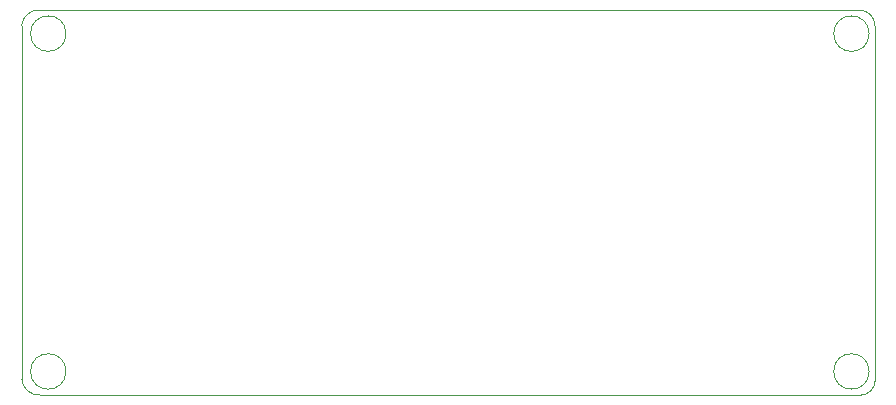
<source format=gm1>
G04 #@! TF.GenerationSoftware,KiCad,Pcbnew,6.0.0*
G04 #@! TF.CreationDate,2022-01-16T15:10:04+01:00*
G04 #@! TF.ProjectId,ESP32 UWB,45535033-3220-4555-9742-2e6b69636164,rev?*
G04 #@! TF.SameCoordinates,Original*
G04 #@! TF.FileFunction,Profile,NP*
%FSLAX46Y46*%
G04 Gerber Fmt 4.6, Leading zero omitted, Abs format (unit mm)*
G04 Created by KiCad (PCBNEW 6.0.0) date 2022-01-16 15:10:04*
%MOMM*%
%LPD*%
G01*
G04 APERTURE LIST*
G04 #@! TA.AperFunction,Profile*
%ADD10C,0.050000*%
G04 #@! TD*
G04 #@! TA.AperFunction,Profile*
%ADD11C,0.100000*%
G04 #@! TD*
G04 APERTURE END LIST*
D10*
X183289384Y-88703655D02*
X113948962Y-88703655D01*
X184628100Y-90042371D02*
G75*
G03*
X183289384Y-88703655I-1338717J-1D01*
G01*
X113978356Y-121303655D02*
X183406771Y-121303655D01*
X112374100Y-119953399D02*
G75*
G03*
X113978356Y-121303655I1477257J127001D01*
G01*
D11*
X184128100Y-119303655D02*
G75*
G03*
X184128100Y-119303655I-1500000J0D01*
G01*
X184128100Y-90703655D02*
G75*
G03*
X184128100Y-90703655I-1500000J0D01*
G01*
D10*
X184628100Y-120082327D02*
X184628100Y-90042371D01*
X113948962Y-88703655D02*
G75*
G03*
X112374099Y-90024518I-126999J-1447864D01*
G01*
X183406771Y-121303655D02*
G75*
G03*
X184628099Y-120082327I-1J1221329D01*
G01*
D11*
X116128100Y-90703655D02*
G75*
G03*
X116128100Y-90703655I-1500000J0D01*
G01*
X116128100Y-119303655D02*
G75*
G03*
X116128100Y-119303655I-1500000J0D01*
G01*
D10*
X112374100Y-90024518D02*
X112374100Y-119953399D01*
M02*

</source>
